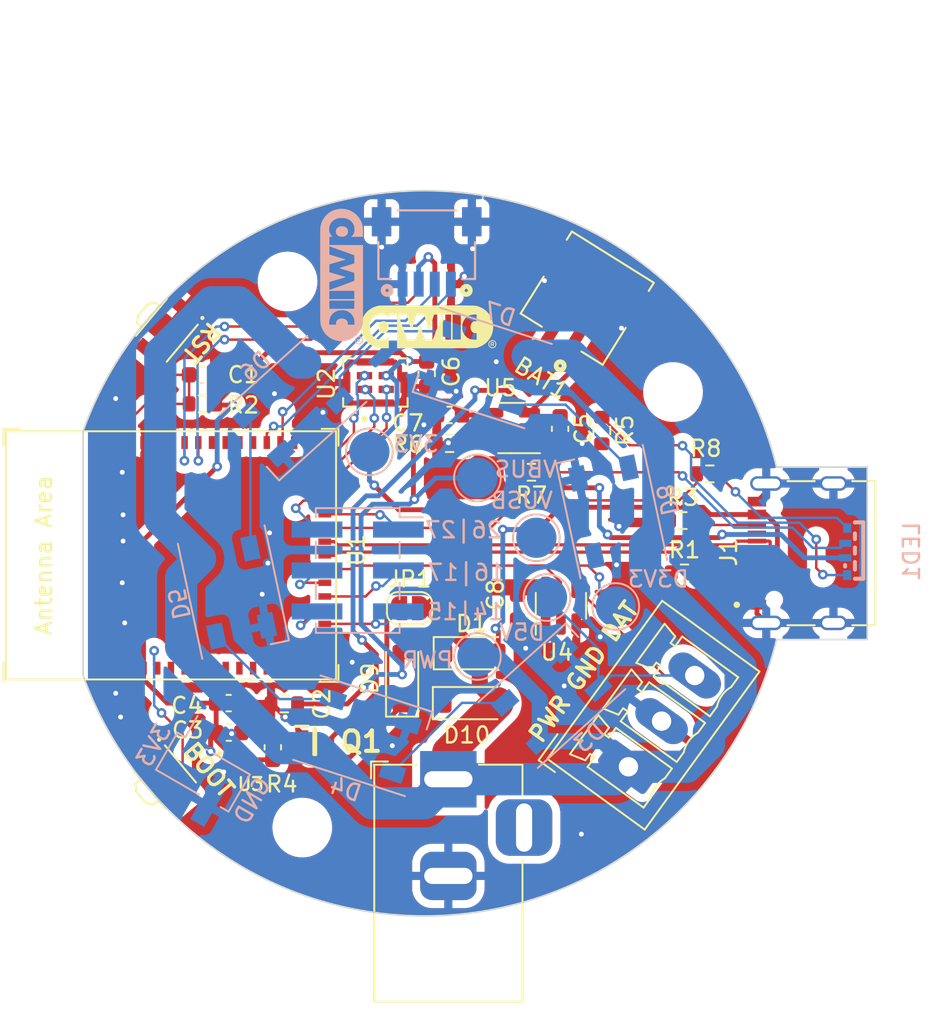
<source format=kicad_pcb>
(kicad_pcb (version 20240108) (generator "pcbnew") (generator_version "8.0")
  (layers (0 "F.Cu" signal) (31 "B.Cu" signal) (34 "B.Paste" user) (35 "F.Paste" user) (36 "B.SilkS" user "B.Silkscreen") (37 "F.SilkS" user "F.Silkscreen") (38 "B.Mask" user) (39 "F.Mask" user) (44 "Edge.Cuts" user))
  (net 0 "")
  (net 1 "GND")
  (net 2 "BOOT")
  (net 3 "EN")
  (net 4 "VBUS")
  (net 5 "+3V3")
  (net 6 "LED_PWR")
  (net 7 "VUSB")
  (net 8 "Net-(D3-DOUT)")
  (net 9 "Net-(D4-DOUT)")
  (net 10 "Net-(D5-DOUT)")
  (net 11 "Net-(D7-DOUT)")
  (net 13 "Net-(J1-CC1)")
  (net 14 "USB_D_IN+")
  (net 15 "USB_D_IN-")
  (net 17 "Net-(J1-CC2)")
  (net 19 "LED_DIN")
  (net 20 "TX")
  (net 21 "RX")
  (net 29 "LED_DIN_33")
  (net 30 "MIC_CLK")
  (net 31 "MIC_LR")
  (net 32 "MIC_DATA")
  (net 38 "Net-(LED1---Pad1)")
  (net 49 "BAT+")
  (net 50 "BUS_PWR")
  (net 51 "Net-(LED1---Pad3)")
  (net 52 "Net-(LED1---Pad4)")
  (net 53 "~{CHRG}")
  (net 54 "~{STDBY}")
  (net 55 "Net-(U5-PROG)")
  (net 57 "Net-(D6-DOUT)")
  (net 58 "~{LED}")
  (net 59 "GPIO37")
  (net 60 "GPIO38")
  (net 61 "GPIO26")
  (net 62 "GPIO27")
  (net 63 "GPIO17")
  (net 64 "GPIO14")
  (net 65 "GPIO15")
  (net 66 "GPIO16")
  (footprint "NTA4151PT1G:SOT50P160X90-3N" (layer "F.Cu") (at 134.2772 86.106)
    (property "Reference" "Q1")
    (property "Value" "NTA4151PT1G" (hide yes))
  )
  (footprint "Capacitor_SMD:C_0603_1608Metric" (layer "F.Cu") (at 146.862797 77.761801 -90)
    (property "Reference" "C8")
    (property "Value" "0.1uF")
  )
  (footprint "Package_TO_SOT_SMD:SOT-23-5" (layer "F.Cu") (at 149.5552 77.6732 90)
    (property "Reference" "U4")
    (property "Value" "SN74LV1T34DBV")
  )
  (footprint "TYPE-C-31-M-12:HRO_TYPE-C-31-M-12" (layer "F.Cu") (at 166.4716 74.415 90)
    (property "Reference" "J1")
    (property "Value" "TYPE-C-31-M-12")
  )
  (footprint "Resistor_SMD:R_0603_1608Metric" (layer "F.Cu") (at 157.1244 72.39)
    (property "Reference" "R3")
    (property "Value" "5.1K")
  )
  (footprint "Capacitor_SMD:C_0603_1608Metric" (layer "F.Cu") (at 141.224 63.2968 -90)
    (property "Reference" "C6")
    (property "Value" "0.1uF")
  )
  (footprint "Resistor_SMD:R_0603_1608Metric" (layer "F.Cu") (at 157.226 75.6412)
    (property "Reference" "R1")
    (property "Value" "5.1K")
  )
  (footprint "Resistor_SMD:R_0603_1608Metric" (layer "F.Cu") (at 132.3848 83.7692 180)
    (property "Reference" "R4")
    (property "Value" "100K")
  )
  (footprint "Resistor_SMD:R_0603_1608Metric" (layer "F.Cu") (at 152.0952 66.802 -90)
    (property "Reference" "R5")
    (property "Value" "220")
  )
  (footprint "Capacitor_SMD:C_0603_1608Metric" (layer "F.Cu") (at 127.254 63.3476)
    (property "Reference" "C1")
    (property "Value" "1uF")
  )
  (footprint "Capacitor_SMD:C_0603_1608Metric" (layer "F.Cu") (at 131.6736 86.4616 90)
    (property "Reference" "C2")
    (property "Value" "1uF")
  )
  (footprint "Diode_SMD:D_SOD-123" (layer "F.Cu") (at 144.018 80.6196)
    (property "Reference" "D1")
    (property "Value" "MBRX120LF")
  )
  (footprint "SM04B-SRSS-TB_LF__SN_:JST_SM04B-SRSS-TB_LF__SN_" (layer "F.Cu") (at 141.23 57.723 180)
    (property "Reference" "QWIIC1" (hide yes))
    (property "Value" "SM04B-SRSS-TB_LF__SN_")
  )
  (footprint "Diode_SMD:D_SOD-123" (layer "F.Cu") (at 143.9672 83.7184)
    (property "Reference" "D10")
    (property "Value" "MBRX120LF")
  )
  (footprint "qwiic:qwiic" (layer "F.Cu") (at 141.2748 60.2996)
    (property "Reference" "G***" (hide yes))
    (property "Value" "LOGO" (hide yes))
  )
  (footprint "B3U-3000P:SW_B3U-3000P" (layer "F.Cu") (at 125.095 60.579 -130)
    (property "Reference" "EN1" (hide yes))
    (property "Value" "B3U-3000P")
  )
  (footprint "MountingHole:MountingHole_3.2mm_M3" (layer "F.Cu") (at 133.5024 91.44)
    (property "Reference" "H2" (hide yes))
    (property "Value" "MountingHole")
  )
  (footprint "Capacitor_SMD:C_0603_1608Metric" (layer "F.Cu") (at 128.9434 85.5472)
    (property "Reference" "C3")
    (property "Value" "22uF")
  )
  (footprint "Capacitor_SMD:C_0603_1608Metric" (layer "F.Cu") (at 149.5044 66.7004 -90)
    (property "Reference" "C5")
    (property "Value" "10uF")
  )
  (footprint "Capacitor_SMD:C_0603_1608Metric" (layer "F.Cu") (at 128.9304 83.7184)
    (property "Reference" "C4")
    (property "Value" "0.1uF")
  )
  (footprint "Connector_Phoenix_MC:PhoenixContact_MCV_1,5_3-G-3.5_1x03_P3.50mm_Vertical" (layer "F.Cu") (at 153.746352 87.667559 54)
    (property "Reference" "J3" (hide yes))
    (property "Value" "Screw_Terminal_01x03")
  )
  (footprint "Jumper:SolderJumper-2_P1.3mm_Open_RoundedPad1.0x1.5mm" (layer "F.Cu") (at 140.1572 77.8256)
    (property "Reference" "JP1")
    (property "Value" "Direct LED Power")
  )
  (footprint "Resistor_SMD:R_0603_1608Metric" (layer "F.Cu") (at 158.8008 69.4944 180)
    (property "Reference" "R8")
    (property "Value" "220")
  )
  (footprint "Package_TO_SOT_SMD:SOT-23-6" (layer "F.Cu") (at 146.4564 66.6496 180)
    (property "Reference" "U5")
    (property "Value" "TP4057")
  )
  (footprint "NCP167BMX330TBG:VREG_NCP167BMX330TBG" (layer "F.Cu") (at 129.5894 87.193)
    (property "Reference" "U3")
    (property "Value" "NCP167BMX330TBG")
  )
  (footprint "Connector_BarrelJack:BarrelJack_Horizontal" (layer "F.Cu") (at 142.5692 88.44 90)
    (property "Reference" "J2" (hide yes))
    (property "Value" "Barrel_Jack_Switch")
  )
  (footprint "MountingHole:MountingHole_3.2mm_M3" (layer "F.Cu") (at 156.5148 64.4144)
    (property "Reference" "H1" (hide yes))
    (property "Value" "MountingHole")
  )
  (footprint "Diode_SMD:D_SOD-123" (layer "F.Cu") (at 139.7 82.1944 90)
    (property "Reference" "D9")
    (property "Value" "MBRX120LF")
  )
  (footprint "Resistor_SMD:R_0603_1608Metric" (layer "F.Cu") (at 127.3048 65.151 180)
    (property "Reference" "R2")
    (property "Value" "5.1K")
  )
  (footprint "MountingHole:MountingHole_3.2mm_M3" (layer "F.Cu") (at 132.588 57.5564)
    (property "Reference" "H3" (hide yes))
    (property "Value" "MountingHole")
  )
  (footprint "OWMMOD-403010A-S261F:MIC_OWMMOD-403010A-S261F" (layer "F.Cu") (at 138.8632 63.8234 90)
    (property "Reference" "U2")
    (property "Value" "OWMMOD-403010A-S261F")
  )
  (footprint "S2B-ZR-SM4A-TF_LF__SN_:JST_S2B-ZR-SM4A-TF_LF__SN_" (layer "F.Cu") (at 150.9776 58.928 148)
    (property "Reference" "BAT1")
    (property "Value" "S2B-ZR-SM4A-TF_LF__SN_")
  )
  (footprint "Resistor_SMD:R_0603_1608Metric" (layer "F.Cu") (at 147.7264 69.3928 180)
    (property "Reference" "R7")
    (property "Value" "220")
  )
  (footprint "PCM_Espressif:ESP32-S3-MINI-1" (layer "F.Cu") (at 127.899 74.549 90)
    (property "Reference" "U1")
    (property "Value" "ESP32-S3-MINI-1")
  )
  (footprint "Capacitor_SMD:C_0603_1608Metric" (layer "F.Cu") (at 142.6464 65.8368 180)
    (property "Reference" "C7")
    (property "Value" "10uF")
  )
  (footprint "B3U-3000P:SW_B3U-3000P" (layer "F.Cu") (at 124.982116 88.294025 -50)
    (property "Reference" "BOOT1" (hide yes))
    (property "Value" "B3U-3000P")
  )
  (footprint "Resistor_SMD:R_0603_1608Metric" (layer "F.Cu") (at 142.6464 67.6148 180)
    (property "Reference" "R6")
    (property "Value" "5.1K")
  )
  (footprint "LED_SMD:LED_SK6812_PLCC4_5.0x5.0mm_P3.2mm" (layer "B.Cu") (at 137.256436 85.746422 -18)
    (property "Reference" "D4")
    (property "Value" "SK6812")
  )
  (footprint "TestPoint:TestPoint_Pad_D2.5mm" (layer "B.Cu") (at 144.3736 80.8228 180)
    (property "Reference" "TP2" (hide yes))
    (property "Value" "TestPoint")
  )
  (footprint "LED_SMD:LED_SK6812_PLCC4_5.0x5.0mm_P3.2mm" (layer "B.Cu") (at 148.994203 83.251483 42)
    (property "Reference" "D3")
    (property "Value" "SK6812")
  )
  (footprint "TestPoint:TestPoint_Pad_D2.5mm" (layer "B.Cu") (at 152.9588 77.724 180)
    (property "Reference" "TP5" (hide yes))
    (property "Value" "TestPoint")
  )
  (footprint "TestPoint:TestPoint_Pad_D2.5mm" (layer "B.Cu") (at 148.0312 73.4568 180)
    (property "Reference" "TP4" (hide yes))
    (property "Value" "TestPoint")
  )
  (footprint "LED_SMD:LED_SK6812_PLCC4_5.0x5.0mm_P3.2mm" (layer "B.Cu") (at 132.935068 65.416008 -138)
    (property "Reference" "D6")
    (property "Value" "SK6812")
  )
  (footprint "LED_SMD:LED_SK6812_PLCC4_5.0x5.0mm_P3.2mm" (layer "B.Cu") (at 152.70241 71.838806 102)
    (property "Reference" "D8")
    (property "Value" "SK6812")
  )
  (footprint "TestPoint:TestPoint_Pad_D2.5mm" (layer "B.Cu") (at 144.3736 69.7484 180)
    (property "Reference" "TP3" (hide yes))
    (property "Value" "TestPoint")
  )
  (footprint "LED_SMD:LED_SK6812_PLCC4_5.0x5.0mm_P3.2mm" (layer "B.Cu") (at 129.226867 76.828683 -78)
    (property "Reference" "D5")
    (property "Value" "SK6812")
  )
  (footprint "Connector_PinHeader_2.54mm:PinHeader_1x02_P2.54mm_Vertical_SMD_Pin1Left" (layer "B.Cu") (at 127.337248 88.000128 -120)
    (property "Reference" "J5" (hide yes))
    (property "Value" "Conn_01x02_Pin")
  )
  (footprint "LED-SMD_L3.5-W1.0-H1.2-FM-3510RGBA-SG:LED-SMD_FM-3510RGBA-SG" (layer "B.Cu") (at 167.265 74.3112 90)
    (property "Reference" "LED1")
    (property "Value" "FM-3510RGBA-SG")
  )
  (footprint "LED_SMD:LED_SK6812_PLCC4_5.0x5.0mm_P3.2mm" (layer "B.Cu") (at 144.672841 62.921062 162)
    (property "Reference" "D7")
    (property "Value" "SK6812")
  )
  (footprint "TestPoint:TestPoint_Pad_D2.5mm" (layer "B.Cu") (at 148.6916 77.1652 180)
    (property "Reference" "TP1" (hide yes))
    (property "Value" "TestPoint")
  )
  (footprint "qwiic:qwiic" (layer "B.Cu") (at 135.870825 57.184774 -90)
    (property "Reference" "G***" (hide yes))
    (property "Value" "LOGO" (hide yes))
  )
  (footprint "SM04B-SRSS-TB_LF__SN_:JST_SM04B-SRSS-TB_LF__SN_" (layer "B.Cu") (at 141.218 57.723)
    (property "Reference" "QWIIC2" (hide yes))
    (property "Value" "SM04B-SRSS-TB_LF__SN_")
  )
  (footprint "TestPoint:TestPoint_Pad_D2.5mm" (layer "B.Cu") (at 137.668 68.1228 180)
    (property "Reference" "TP6" (hide yes))
    (property "Value" "TestPoint")
  )
  (footprint "Connector_PinHeader_2.54mm:PinHeader_2x03_P2.54mm_Vertical_SMD" (layer "B.Cu") (at 136.9418 75.4888 180)
    (property "Reference" "J4" (hide yes))
    (property "Value" "Conn_02x03_Counter_Clockwise")
  )
  (gr_line (start 119.897087 81.995) (end 119.9896 82.249) (stroke (width 0.1)) (layer "Edge.Cuts"))
  (gr_arc (start 119.897087 66.849) (mid 142.244857 51.951949) (end 162.939031 69.072) (stroke (width 0.1)) (layer "Edge.Cuts"))
  (gr_arc (start 162.939031 79.772) (mid 142.379818 96.884674) (end 119.9896 82.249) (stroke (width 0.1)) (layer "Edge.Cuts"))
  (gr_line (start 162.939031 79.772) (end 168.568472 79.772) (stroke (width 0.1)) (layer "Edge.Cuts"))
  (gr_line (start 119.897087 66.849) (end 119.897087 81.995) (stroke (width 0.1)) (layer "Edge.Cuts"))
  (gr_line (start 168.568472 69.072) (end 162.939031 69.072) (stroke (width 0.1)) (layer "Edge.Cuts"))
  (gr_line (start 168.568472 79.772) (end 168.568472 69.072) (stroke (width 0.1)) (layer "Edge.Cuts"))
  (gr_text "VBUS" (at 149.4028 69.7992 0) (layer "B.SilkS") (effects (font (size 1 1)) (justify left bottom mirror)))
  (gr_text "26|27" (at 145.9992 73.5584 0) (layer "B.SilkS") (effects (font (size 1 1)) (justify left bottom mirror)))
  (gr_text "3V3" (at 142.0368 68.2244 0) (layer "B.SilkS") (effects (font (size 1 1)) (justify left bottom mirror)))
  (gr_text "VUSB" (at 149.1488 71.7296 0) (layer "B.SilkS") (effects (font (size 1 1)) (justify left bottom mirror)))
  (gr_text "16|17" (at 146.1516 76.2 0) (layer "B.SilkS") (effects (font (size 1 1)) (justify left bottom mirror)))
  (gr_text "D3V3" (at 157.5816 76.6064 0) (layer "B.SilkS") (effects (font (size 1 1)) (justify left bottom mirror)))
  (gr_text "3V3" (at 125.5268 85.344 60) (layer "B.SilkS") (effects (font (size 1 1)) (justify left bottom mirror)))
  (gr_text "PWR" (at 142.9512 81.6356 0) (layer "B.SilkS") (effects (font (size 1 1)) (justify left bottom mirror)))
  (gr_text "D5V" (at 148.6408 79.9084 0) (layer "B.SilkS") (effects (font (size 1 1)) (justify left bottom mirror)))
  (gr_text "GND" (at 131.7244 88.646 60) (layer "B.SilkS") (effects (font (size 1 1)) (justify left bottom mirror)))
  (gr_text "14|15" (at 146.1008 78.6384 0) (layer "B.SilkS") (effects (font (size 1 1)) (justify left bottom mirror)))
  (gr_text "PWR GND DAT" (at 148.336 86.4108 54) (layer "F.SilkS") (effects (font (size 1 1) (thickness 0.2) (bold yes)) (justify left bottom)))
  (gr_text "BOOT" (at 125.9332 86.6648 310) (layer "F.SilkS") (effects (font (size 1 1) (thickness 0.2) (bold yes)) (justify left bottom)))
  (gr_text "RST" (at 127.762 59.8424 230) (layer "F.SilkS") (effects (font (size 1 1) (thickness 0.2) (bold yes)) (justify left bottom)))
  (segment (start 141.6586 65.8368) (end 141.049 66.4464) (width 0.3) (layer "F.Cu") (net 1))
  (segment (start 147.722936 60.353864) (end 145.542 62.5348) (width 0.3) (layer "F.Cu") (net 1))
  (segment (start 120.899 76.249) (end 122.3246 76.249) (width 0.3) (layer "F.Cu") (net 1))
  (segment (start 136.2306 81.549) (end 136.6012 81.1784) (width 0.3) (layer "F.Cu") (net 1))
  (segment (start 129.549 76.199) (end 126.249 76.199) (width 0.3) (layer "F.Cu") (net 1))
  (segment (start 149.456253 56.588547) (end 148.5392 57.5056) (width 0.3) (layer "F.Cu") (net 1))
  (segment (start 120.899 69.449) (end 122.2702 69.449) (width 0.3) (layer "F.Cu") (net 1))
  (segment (start 162.3016 70.09) (end 162.3016 70.635) (width 0.3) (layer "F.Cu") (net 1))
  (segment (start 141.8214 67.6148) (end 142.5206 67.6148) (width 0.3) (layer "F.Cu") (net 1))
  (segment (start 154.035713 59.730687) (end 153.3144 60.452) (width 0.3) (layer "F.Cu") (net 1))
  (segment (start 123.889377 86.246577) (end 122.2248 84.582) (width 0.3) (layer "F.Cu") (net 1))
  (segment (start 162.3016 70.09) (end 166.4716 70.09) (width 0.3) (layer "F.Cu") (net 1))
  (segment (start 130.8862 74.549) (end 131.3688 75.0316) (width 0.3) (layer "F.Cu") (net 1))
  (segment (start 131.63617 83.7692) (end 132.442285 84.575315) (width 0.3) (layer "F.Cu") (net 1))
  (segment (start 162.3016 70.635) (end 161.7216 71.215) (width 0.3) (layer "F.Cu") (net 1))
  (segment (start 131.5342 85.5472) (end 131.6736 85.6866) (width 0.3) (layer "F.Cu") (net 1))
  (segment (start 144.03 53.848) (end 144.03 55.4856) (width 0.3) (layer "F.Cu") (net 1))
  (segment (start 123.889377 86.991749) (end 123.889377 86.246577) (width 0.3) (layer "F.Cu") (net 1))
  (segment (start 139.8132 63.8234) (end 139.8132 64.7734) (width 0.3) (layer "F.Cu") (net 1))
  (segment (start 129.549 74.549) (end 126.249 74.549) (width 0.3) (layer "F.Cu") (net 1))
  (segment (start 126.249 72.899) (end 126.249 76.199) (width 0.3) (layer "F.Cu") (net 1))
  (segment (start 144.03 55.4856) (end 144.0688 55.5244) (width 0.3) (layer "F.Cu") (net 1))
  (segment (start 136.2632 64.7734) (end 136.5882 65.0984) (width 0.3) (layer "F.Cu") (net 1))
  (segment (start 128.7968 87.9856) (end 128.6256 87.9856) (width 0.3) (layer "F.Cu") (net 1))
  (segment (start 120.899 81.549) (end 120.899 67.549) (width 0.3) (layer "F.Cu") (net 1))
  (segment (start 141.8714 65.8368) (end 141.8714 67.5648) (width 0.3) (layer "F.Cu") (net 1))
  (segment (start 136.5882 65.0984) (end 138.0382 65.0984) (width 0.3) (layer "F.Cu") (net 1))
  (segment (start 161.7216 77.615) (end 161.7216 78.16) (width 0.3) (layer "F.Cu") (net 1))
  (segment (start 122.2702 69.449) (end 122.3264 69.3928) (width 0.3) (layer "F.Cu") (net 1))
  (segment (start 139.8132 64.7734) (end 139.4882 65.0984) (width 0.3) (layer "F.Cu") (net 1))
  (segment (start 129.7562 83.7692) (end 129.7054 83.7184) (width 0.3) (layer "F.Cu") (net 1))
  (segment (start 141.8714 67.5648) (end 141.8214 67.6148) (width 0.3) (layer "F.Cu") (net 1))
  (segment (start 162.3016 78.74) (end 166.4716 78.74) (width 0.3) (layer "F.Cu") (net 1))
  (segment (start 122.3418 71.999) (end 122.3772 72.0344) (width 0.3) (layer "F.Cu") (net 1))
  (segment (start 120.899 73.699) (end 122.3382 73.699) (width 0.3) (layer "F.Cu") (net 1))
  (segment (start 147.5939 66.6496) (end 148.6786 66.6496) (width 0.3) (layer "F.Cu") (net 1))
  (segment (start 140.0616 64.0718) (end 139.8132 63.8234) (width 0.3) (layer "F.Cu") (net 1))
  (segment (start 153.5176 75.6412) (end 156.401 75.6412) (width 0.3) (layer "F.Cu") (net 1))
  (segment (start 136.2632 63.8234) (end 136.2632 64.7734) (width 0.3) (layer "F.Cu") (net 1))
  (segment (start 143.072789 57.723) (end 143.5608 57.234989) (width 0.3) (layer "F.Cu") (net 1))
  (segment (start 138.43 53.848) (end 138.43 55.4228) (width 0.3) (layer "F.Cu") (net 1))
  (segment (start 129.7184 85.5472) (end 129.183927 85.5472) (width 0.3) (layer "F.Cu") (net 1))
  (segment (start 151.2007 78.8107) (end 150.5052 78.8107) (width 0.3) (layer "F.Cu") (net 1))
  (segment (start 153.0096 75.1332) (end 153.5176 75.6412) (width 0.3) (layer "F.Cu") (net 1))
  (segment (start 148.6786 66.6496) (end 149.5044 67.4754) (width 0.3) (layer "F.Cu") (net 1))
  (segment (start 129.183927 85.5472) (end 129.1184 85.612727) (width 0.3) (layer "F.Cu") (net 1))
  (segment (start 131.5598 83.7692) (end 131.63617 83.7692) (width 0.3) (layer "F.Cu") (net 1))
  (segment (start 122.4198 78.799) (end 122.4788 78.74) (width 0.3) (layer "F.Cu") (net 1))
  (segment (start 130.2502 76.199) (end 131.0132 76.962) (width 0.3) (layer "F.Cu") (net 1))
  (segment (start 141.8714 65.8368) (end 141.6586 65.8368) (width 0.3) (layer "F.Cu") (net 1))
  (segment (start 138.0382 62.5484) (end 139.2632 62.5484) (width 0.3) (layer "F.Cu") (net 1))
  (segment (start 136.2632 62.8734) (end 136.5882 62.5484) (width 0.3) (layer "F.Cu") (net 1))
  (segment (start 150.7366 67.4754) (end 150.876 67.6148) (width 0.3) (layer "F.Cu") (net 1))
  (segment (start 129.549 74.549) (end 130.8862 74.549) (width 0.3) (layer "F.Cu") (net 1))
  (segment (start 134.899 81.549) (end 136.2306 81.549) (width 0.3) (layer "F.Cu") (net 1))
  (segment (start 129.549 76.199) (end 130.2502 76.199) (width 0.3) (layer "F.Cu") (net 1))
  (segment (start 129.549 72.899) (end 129.549 76.199) (width 0.3) (layer "F.Cu") (net 1))
  (segment (start 131.2174 72.899) (end 131.4704 73.152) (width 0.3) (layer "F.Cu") (net 1))
  (segment (start 123.649 67.549) (end 124.499 67.549) (width 0.3) (layer "F.Cu") (net 1))
  (segment (start 129.549 72.899) (end 131.2174 72.899) (width 0.3) (layer "F.Cu") (net 1))
  (segment (start 151.9936 79.6036) (end 151.2007 78.8107) (width 0.3) (layer "F.Cu") (net 1))
  (segment (start 154.035713 59.129112) (end 154.035713 59.730687) (width 0.3) (layer "F.Cu") (net 1))
  (segment (start 149.5044 67.4754) (end 150.7366 67.4754) (width 0.3) (layer "F.Cu") (net 1))
  (segment (start 129.549 72.899) (end 126.249 72.899) (width 0.3) (layer "F.Cu") (net 1))
  (segment (start 120.899 78.799) (end 122.4198 78.799) (width 0.3) (layer "F.Cu") (net 1))
  (segment (start 142.5206 67.6148) (end 142.5714 67.564) (width 0.3) (layer "F.Cu") (net 1))
  (segment (start 146.862797 79.806797) (end 147.3708 80.3148) (width 0.3) (layer "F.Cu") (net 1))
  (segment (start 141.224 64.0718) (end 142.761 64.0718) (width 0.3) (layer "F.Cu") (net 1))
  (segment (start 142.73 57.723) (end 143.072789 57.723) (width 0.3) (layer "F.Cu") (net 1))
  (segment (start 131.5598 83.7692) (end 129.7562 83.7692) (width 0.3) (layer "F.Cu") (net 1))
  (segment (start 120.899 82.0878) (end 121.92 83.1088) (width 0.3) (layer "F.Cu") (net 1))
  (segment (start 142.761 64.0718) (end 143.0528 64.3636) (width 0.3) (layer "F.Cu") (net 1))
  (segment (start 139.4882 65.0984) (end 138.0382 65.0984) (width 0.3) (layer "F.Cu") (net 1))
  (segment (start 156.2994 72.39) (end 153.5176 72.39) (width 0.3) (layer "F.Cu") (net 1))
  (segment (start 139.5382 62.8234) (end 139.5382 63.5484) (width 0.3) (layer "F.Cu") (net 1))
  (segment (start 131.5598 85.5728) (end 131.6736 85.6866) (width 0.3) (layer "F.Cu") (net 1))
  (segment (start 131.5598 83.7692) (end 131.5598 85.5728) (width 0.3) (layer "F.Cu") (net 1))
  (segment (start 129.7184 85.5472) (end 131.5342 85.5472) (width 0.3) (layer "F.Cu") (net 1))
  (segment (start 122.3246 76.249) (end 122.3264 76.2508) (width 0.3) (layer "F.Cu") (net 1))
  (segment (start 134.784286 65.676402) (end 134.784286 65.302314) (width 0.3) (layer "F.Cu") (net 1))
  (segment (start 120.899 71.999) (end 122.3418 71.999) (width 0.3) (layer "F.Cu") (net 1))
  (segment (start 141.224 64.0718) (end 140.0616 64.0718) (width 0.3) (layer "F.Cu") (net 1))
  (segment (start 146.862797 78.536801) (end 146.862797 79.806797) (width 0.3) (layer "F.Cu") (net 1))
  (segment (start 129.5894 87.193) (end 128.7968 87.9856) (width 0.3) (layer "F.Cu") (net 1))
  (segment (start 120.899 81.549) (end 120.899 82.0878) (width 0.3) (layer "F.Cu") (net 1))
  (segment (start 149.456253 56.267548) (end 149.456253 56.588547) (width 0.3) (layer "F.Cu") (net 1))
  (segment (start 139.2632 62.5484) (end 139.5382 62.8234) (width 0.3) (layer "F.Cu") (net 1))
  (segment (start 139.5382 63.5484) (end 139.8132 63.8234) (width 0.3) (layer "F.Cu") (net 1))
  (segment (start 149.202238 60.353864) (end 147.722936 60.353864) (width 0.3) (layer "F.Cu") (net 1))
  (segment (start 120.899 81.549) (end 122.799 81.549) (width 0.3) (layer "F.Cu") (net 1))
  (segment (start 161.7216 78.16) (end 162.3016 78.74) (width 0.3) (layer "F.Cu") (net 1))
  (segment (start 122.3382 73.699) (end 122.3772 73.66) (width 0.3) (layer "F.Cu") (net 1))
  (segment (start 136.2632 63.8234) (end 136.2632 62.8734) (width 0.3) (layer "F.Cu") (net 1))
  (segment (start 136.5882 62.5484) (end 138.0382 62.5484) (width 0.3) (layer "F.Cu") (net 1))
  (segment (start 153.5176 72.39) (end 153.162 72.7456) (width 0.3) (layer "F.Cu") (net 1))
  (segment (start 134.784286 65.302314) (end 136.2632 63.8234) (width 0.3) (layer "F.Cu") (net 1))
  (via (at 142.5714 67.564) (size 0.6) (drill 0.3) (layers "F.Cu" "B.Cu") (net 1))
  (via (at 150.8252 91.8464) (size 0.6) (drill 0.3) (layers "F.Cu" "B.Cu") (net 1))
  (via (at 134.784286 65.676402) (size 0.6) (drill 0.3) (layers "F.Cu" "B.Cu") (net 1))
  (via (at 139.0904 86.36) (size 0.6) (drill 0.3) (layers "F.Cu" "B.Cu") (net 1))
  (via (at 122.3772 73.66) (size 0.6) (drill 0.3) (layers "F.Cu" "B.Cu") (net 1))
  (via (at 131.3688 75.0316) (size 0.6) (drill 0.3) (layers "F.Cu" "B.Cu") (net 1))
  (via (at 122.3264 69.3928) (size 0.6) (drill 0.3) (layers "F.Cu" "B.Cu") (net 1))
  (via (at 131.4704 73.152) (size 0.6) (drill 0.3) (layers "F.Cu" "B.Cu") (net 1))
  (via (at 151.9936 79.6036) (size 0.6) (drill 0.3) (layers "F.Cu" "B.Cu") (net 1))
  (via (at 138.43 55.4228) (size 0.6) (drill 0.3) (layers "F.Cu" "B.Cu") (net 1))
  (via (at 141.049 66.4464) (size 0.6) (drill 0.3) (layers "F.Cu" "B.Cu") (net 1))
  (via (at 144.0688 55.5244) (size 0.6) (drill 0.3) (layers "F.Cu" "B.Cu") (net 1))
  (via (at 121.92 64.8208) (size 0.6) (drill 0.3) (layers "F.Cu" "B.Cu") (net 1))
  (via (at 131.0132 76.962) (size 0.6) (drill 0.3) (layers "F.Cu" "B.Cu") (net 1))
  (via (at 122.3772 72.0344) (size 0.6) (drill 0.3) (layers "F.Cu" "B.Cu") (net 1))
  (via (at 129.1184 85.612727) (size 0.6) (drill 0.3) (layers "F.Cu" "B.Cu") (net 1))
  (via (at 121.92 83.1088) (size 0.6) (drill 0.3) (layers "F.Cu" "B.Cu") (net 1))
  (via (at 132.442285 84.575315) (size 0.6) (drill 0.3) (layers "F.Cu" "B.Cu") (net 1))
  (via (at 153.0096 75.1332) (size 0.6) (drill 0.3) (layers "F.Cu" "B.Cu") (net 1))
  (via (at 148.5392 57.5056) (size 0.6) (drill 0.3) (layers "F.Cu" "B.Cu") (net 1))
  (via (at 143.0528 64.3636) (size 0.6) (drill 0.3) (layers "F.Cu" "B.Cu") (net 1))
  (via (at 143.5608 57.234989) (size 0.6) (drill 0.3) (layers "F.Cu" "B.Cu") (net 1))
  (via (at 131.7752 64.516) (size 0.6) (drill 0.3) (layers "F.Cu" "B.Cu") (net 1))
  (via (at 145.542 62.5348) (size 0.6) (drill 0.3) (layers "F.Cu" "B.Cu") (net 1))
  (via (at 128.6256 87.9856) (size 0.6) (drill 0.3) (layers "F.Cu" "B.Cu") (net 1))
  (via (at 136.6012 81.1784) (size 0.6) (drill 0.3) (layers "F.Cu" "B.Cu") (net 1))
  (via (at 153.3144 60.452) (size 0.6) (drill 0.3) (layers "F.Cu" "B.Cu") (net 1))
  (via (at 153.162 72.7456) (size 0.6) (drill 0.3) (layers "F.Cu" "B.Cu") (net 1))
  (via (at 147.3708 80.3148) (size 0.6) (drill 0.3) (layers "F.Cu" "B.Cu") (net 1))
  (via (at 150.876 67.6148) (size 0.6) (drill 0.3) (layers "F.Cu" "B.Cu") (net 1))
  (via (at 122.4788 78.74) (size 0.6) (drill 0.3) (layers "F.Cu" "B.Cu") (net 1))
  (via (at 122.2248 84.582) (size 0.6) (drill 0.3) (layers "F.Cu" "B.Cu") (net 1))
  (via (at 122.3264 76.2508) (size 0.6) (drill 0.3) (layers "F.Cu" "B.Cu") (net 1))
  (via (at 149.7584 82.6516) (size 0.6) (drill 0.3) (layers "F.Cu" "B.Cu") (net 1))
  (segment (start 138.418 53.848) (end 138.418 55.4108) (width 0.3) (layer "B.Cu") (net 1))
  (segment (start 144.018 53.848) (end 144.018 55.4736) (width 0.3) (layer "B.Cu") (net 1))
  (segment (start 127.6096 90.0684) (end 127.6096 89.0016) (width 0.3) (layer "B.Cu") (net 1))
  (segment (start 143.0528 64.3636) (end 142.526264 64.3636) (width 0.3) (layer "B.Cu") (net 1))
  (segment (start 144.018 55.4736) (end 144.0688 55.5244) (width 0.3) (layer "B.Cu") (net 1))
  (segment (start 132.442285 84.575315) (end 132.848793 84.981823) (width 0.3) (layer "B.Cu") (net 1))
  (segment (start 132.848793 84.981823) (end 140.080952 84.981823) (width 0.3) (layer "B.Cu") (net 1))
  (segment (start 139.718 56.7108) (end 138.43 55.4228) (width 0.3) (layer "B.Cu") (net 1))
  (segment (start 127.6096 89.0016) (end 128.6256 87.9856) (width 0.3) (layer "B.Cu") (net 1))
  (segment (start 142.526264 64.3636) (end 141.848325 63.685661) (width 0.3) (layer "B.Cu") (net 1))
  (segment (start 139.718 57.723) (end 139.718 56.7108) (width 0.3) (layer "B.Cu") (net 1))
  (segment (start 138.418 55.4108) (end 138.43 55.4228) (width 0.3) (layer "B.Cu") (net 1))
  (segment (start 124.3076 81.3576) (end 124.499 81.549) (width 0.1524) (layer "F.Cu") (net 2))
  (segment (start 126.074855 89.596301) (end 126.074855 85.638055) (width 0.1524) (layer "F.Cu") (net 2))
  (segment (start 124.3076 80.4672) (end 124.3076 81.3576) (width 0.1524) (layer "F.Cu") (net 2))
  (segment (start 126.074855 85.638055) (end 124.7648 84.328) (width 0.1524) (layer "F.Cu") (net 2))
  (via (at 124.7648 84.328) (size 0.6) (drill 0.3) (layers "F.Cu" "B.Cu") (net 2))
  (via (at 124.3076 80.4672) (size 0.6) (drill 0.3) (layers "F.Cu" "B.Cu") (net 2))
  (segment (start 124.7648 84.328) (end 124.3076 83.8708) (width 0.1524) (layer "B.Cu") (net 2))
  (segment (start 124.3076 80.4164) (end 124.3076 80.4672) (width 0.1524) (layer "B.Cu") (net 2))
  (segment (start 124.3076 83.8708) (end 124.3076 80.4672) (width 0.1524) (layer "B.Cu") (net 2))
  (segment (start 126.479 65.1502) (end 126.4798 65.151) (width 0.1524) (layer "F.Cu") (net 3))
  (segment (start 121.949 66.9966) (end 121.949 67.549) (width 0.1524) (layer "F.Cu") (net 3))
  (segment (start 126.479 63.3476) (end 126.479 65.1502) (width 0.1524) (layer "F.Cu") (net 3))
  (segment (start 125.468585 63.3476) (end 126.479 63.3476) (width 0.1524) (layer "F.Cu") (net 3))
  (segment (start 123.7946 65.151) (end 121.949 66.9966) (width 0.1524) (layer "F.Cu") (net 3))
  (segment (start 126.4798 65.151) (end 123.7946 65.151) (width 0.1524) (layer "F.Cu") (net 3))
  (segment (start 124.002261 61.881276) (end 125.468585 63.3476) (width 0.1524) (layer "F.Cu") (net 3))
  (segment (start 139.7 80.5444) (end 139.7 81.9404) (width 0.3) (layer "F.Cu") (net 4))
  (segment (start 142.368 83.6676) (end 142.3172 83.7184) (width 0.3) (layer "F.Cu") (net 4))
  (segment (start 140.399 66.014792) (end 141.440592 64.9732) (width 0.3) (layer "F.Cu") (net 4))
  (segment (start 142.368 80.6196) (end 139.7752 80.6196) (width 0.3) (layer "F.Cu") (net 4))
  (segment (start 137.3124 82.7532) (end 136.2964 83.7692) (width 0.3) (layer "F.Cu") (net 4))
  (segment (start 142.5578 64.9732) (end 143.4214 65.8368) (width 0.3) (layer "F.Cu") (net 4))
  (segment (start 145.1817 65.8368) (end 145.3189 65.6996) (width 0.3) (layer "F.Cu") (net 4))
  (segment (start 140.399 71.0062) (end 140.399 66.014792) (width 0.3) (layer "F.Cu") (net 4))
  (segment (start 142.368 80.6196) (end 142.368 83.6676) (width 0.3) (layer "F.Cu") (net 4))
  (segment (start 140.462 71.0692) (end 140.399 71.0062) (width 0.3) (layer "F.Cu") (net 4))
  (segment (start 133.2098 83.7692) (end 133.2098 85.3386) (width 0.3) (layer "F.Cu") (net 4))
  (segment (start 133.2098 85.3386) (end 133.4772 85.606) (width 0.3) (layer "F.Cu") (net 4))
  (segment (start 139.7752 80.6196) (end 139.7 80.5444) (width 0.3) (layer "F.Cu") (net 4))
  (segment (start 141.440592 64.9732) (end 142.5578 64.9732) (width 0.3) (layer "F.Cu") (net 4))
  (segment (start 136.2964 83.7692) (end 133.2098 83.7692) (width 0.3) (layer "F.Cu") (net 4))
  (segment (start 143.4214 65.8368) (end 145.1817 65.8368) (width 0.3) (layer "F.Cu") (net 4))
  (via (at 137.3124 82.7532) (size 0.6) (drill 0.3) (layers "F.Cu" "B.Cu") (net 4))
  (via (at 140.462 71.0692) (size 0.6) (drill 0.3) (layers "F.Cu" "B.Cu") (net 4))
  (via (at 139.7 81.9404) (size 0.6) (drill 0.3) (layers "F.Cu" "B.Cu") (net 4))
  (segment (start 139.7 81.376761) (end 137.152 78.828761) (width 0.3) (layer "B.Cu") (net 4))
  (segment (start 139.7 81.9404) (end 139.7 81.376761) (width 0.3) (layer "B.Cu") (net 4))
  (segment (start 137.152 72.0932) (end 137.8712 71.374) (width 0.3) (layer "B.Cu") (net 4))
  (segment (start 138.1252 81.9404) (end 137.3124 82.7532) (width 0.3) (layer "B.Cu") (net 4))
  (segment (start 137.8712 71.374) (end 140.1572 71.374) (width 0.3) (layer "B.Cu") (net 4))
  (segment (start 139.7 81.9404) (end 138.1252 81.9404) (width 0.3) (layer "B.Cu") (net 4))
  (segment (start 137.152 78.828761) (end 137.152 72.0932) (width 0.3) (layer "B.Cu") (net 4))
  (segment (start 140.1572 71.374) (end 140.462 71.0692) (width 0.3) (layer "B.Cu") (net 4))
  (segment (start 141.7828 69.7484) (end 144.3736 69.7484) (width 0.3) (layer "B.Cu") (net 4))
  (segment (start 140.462 71.0692) (end 141.7828 69.7484) (width 0.3) (layer "B.Cu") (net 4))
  (segment (start 140.1442 62.5218) (end 140.1064 62.484) (width 0.3) (layer "F.Cu") (net 5))
  (segment (start 152.646 73.4488) (end 159.3676 73.4488) (width 0.3) (layer "F.Cu") (net 5))
  (segment (start 139.5958 61.9734) (end 140.1064 62.484) (width 0.3) (layer "F.Cu") (net 5))
  (segment (start 125.1184 83.7184) (end 128.1554 83.7184) (width 0.3) (layer "F.Cu") (net 5))
  (segment (start 141.73 56.4368) (end 141.73 57.723) (width 0.3) (layer "F.Cu") (net 5))
  (segment (start 128.1684 86.0222) (end 128.9992 86.853) (width 0.3) (layer "F.Cu") (net 5))
  (segment (start 123.649 73.6074) (end 128.2192 69.0372) (width 0.3) (layer "F.Cu") (net 5))
  (segment (start 141.3256 56.0324) (end 141.73 56.4368) (width 0.3) (layer "F.Cu") (net 5))
  (segment (start 128.1298 65.151) (end 131.3074 61.9734) (width 0.3) (layer "F.Cu") (net 5))
  (segment (start 127.8128 86.7156) (end 127.8128 85.9028) (width 0.3) (layer "F.Cu") (net 5))
  (segment (start 141.73 62.0158) (end 141.224 62.5218) (width 0.3) (layer "F.Cu") (net 5))
  (segment (start 123.649 81.549) (end 123.649 82.249) (width 0.3) (layer "F.Cu") (net 5))
  (segment (start 123.649 81.549) (end 123.649 73.6074) (width 0.3) (layer "F.Cu") (net 5))
  (segment (start 141.73 57.723) (end 141.73 62.0158) (width 0.3) (layer "F.Cu") (net 5))
  (segment (start 128.1554 85.5342) (end 128.1684 85.5472) (width 0.3) (layer "F.Cu") (net 5))
  (segment (start 152.4508 73.2536) (end 152.646 73.4488) (width 0.3) (layer "F.Cu") (net 5))
  (segment (start 127.8128 85.9028) (end 128.1684 85.5472) (width 0.3) (layer "F.Cu") (net 5))
  (segment (start 123.649 82.249) (end 125.1184 83.7184) (width 0.3) (layer "F.Cu") (net 5))
  (segment (start 137.9728 70.2056) (end 139.4864 71.7192) (width 0.3) (layer "F.Cu") (net 5))
  (segment (start 128.9992 86.853) (end 129.1694 86.853) (width 0.3) (layer "F.Cu") (net 5))
  (segment (start 128.1554 83.7184) (end 128.1554 85.5342) (width 0.3) (layer "F.Cu") (net 5))
  (segment (start 128.206 65.2272) (end 128.1298 65.151) (width 0.3) (layer "F.Cu") (net 5))
  (segment (start 145.711662 71.7192) (end 147.072862 70.358) (width 0.3) (layer "F.Cu") (net 5))
  (segment (start 131.3074 61.9734) (end 139.5958 61.9734) (width 0.3) (layer "F.Cu") (net 5))
  (segment (start 129.1844 65.2272) (end 128.206 65.2272) (width 0.3) (layer "F.Cu") (net 5))
  (segment (start 139.4864 71.7192) (end 145.711662 71.7192) (width 0.3) (layer "F.Cu") (net 5))
  (segment (start 128.1684 85.5472) (end 128.1684 86.0222) (width 0.3) (layer "F.Cu") (net 5))
  (segment (start 147.072862 70.358) (end 151.9428 70.358) (width 0.3) (layer "F.Cu") (net 5))
  (segment (start 141.224 62.5218) (end 140.1442 62.5218) (width 0.3) (layer "F.Cu") (net 5))
  (segment (start 159.3676 73.4488) (end 159.5628 73.2536) (width 0.3) (layer "F.Cu") (net 5))
  (via (at 151.9428 70.358) (size 0.6) (drill 0.3) (layers "F.Cu" "B.Cu") (net 5))
  (via (at 129.1844 65.2272) (size 0.6) (drill 0.3) (layers "F.Cu" "B.Cu") (net 5))
  (via (at 127.8128 86.7156) (size 0.6) (drill 0.3) (layers "F.Cu" "B.Cu") (net 5))
  (via (at 138.7132 63.3984) (size 0.6) (drill 0.3) (layers "F.Cu" "B.Cu") (net 5))
  (via (at 128.2192 69.0372) (size 0.6) (drill 0.3) (layers "F.Cu" "B.Cu") (net 5))
  (via (at 141.3256 56.0324) (size 0.6) (drill 0.3) (layers "F.Cu" "B.Cu") (net 5))
  (via (at 159.5628 73.2536) (size 0.6) (drill 0.3) (layers "F.Cu" "B.Cu") (net 5))
  (via (at 152.4508 73.2536) (size 0.6) (drill 0.3) (layers "F.Cu" "B.Cu") (net 5))
  (via (at 137.9728 70.2056) (size 0.6) (drill 0.3) (layers "F.Cu" "B.Cu") (net 5))
  (via (at 140.1064 62.484) (size 0.6) (drill 0.3) (layers "F.Cu" "B.Cu") (net 5))
  (segment (start 138.7132 63.3984) (end 138.9632 63.3984) (width 0.3) (layer "B.Cu") (net 5))
  (segment (start 139.3848 66.406) (end 137.668 68.1228) (width 0.3) (layer "B.Cu") (net 5))
  (segment (start 140.718 56.64) (end 141.3256 56.0324) (width 0.3) (layer "B.Cu") (net 5))
  (segment (start 128.2192 69.0372) (end 128.2192 66.1924) (width 0.3) (layer "B.Cu") (net 5))
  (segment (start 164.668 74.7012) (end 167.205 74.7012) (width 0.3) (layer "B.Cu") (net 5))
  (segment (start 163.2204 73.2536) (end 164.668 74.7012) (width 0.3) (layer "B.Cu") (net 5))
  (segment (start 151.9428 72.7456) (end 152.4508 73.2536) (width 0.3) (layer "B.Cu") (net 5))
  (segment (start 140.1064 62.484) (end 139.6276 62.484) (width 0.3) (layer "B.Cu") (net 5))
  (segment (start 140.718 57.723) (end 140.718 56.64) (width 0.3) (layer "B.Cu") (net 5))
  (segment (start 128.2192 66.1924) (end 129.1844 65.2272) (width 0.3) (layer "B.Cu") (net 5))
  (segment (start 137.668 68.1228) (end 137.668 69.9008) (width 0.3) (layer "B.Cu") (net 5))
  (segment (start 139.3848 63.82) (end 139.3848 66.406) (width 0.3) (layer "B.Cu") (net 5))
  (segment (start 138.9632 63.3984) (end 139.3848 63.82) (width 0.3) (layer "B.Cu") (net 5))
  (segment (start 159.5628 73.2536) (end 163.2204 73.2536) (width 0.3) (layer "B.Cu") (net 5))
  (segment (start 139.6276 62.484) (end 138.7132 63.3984) (width 0.3) (layer "B.Cu") (net 5))
  (segment (start 137.668 69.9008) (end 137.9728 70.2056) (width 0.3) (layer "B.Cu") (net 5))
  (segment (start 127.064896 85.931856) (end 127.064896 85.967696) (width 0.3) (layer "B.Cu") (net 5))
  (segment (start 127.064896 85.967696) (end 127.8128 86.7156) (width 0.3) (layer "B.Cu") (net 5))
  (segment (start 151.9428 70.358) (end 151.9428 72.7456) (width 0.3) (layer "B.Cu") (net 5))
  (segment (start 142.5692 88.44) (end 142.5692 86.7664) (width 2) (layer "F.Cu") (net 6))
  (segment (start 142.778282 76.5357) (end 141.488382 77.8256) (width 1) (layer "F.Cu") (net 6))
  (segment (start 144.518 82.6192) (end 145.6172 83.7184) (width 1) (layer "F.Cu") (net 6))
  (segment (start 148.6052 76.5357) (end 142.778282 76.5357) (width 1) (layer "F.Cu") (net 6))
  (segment (start 140.8072 77.8256) (end 141.488382 77.8256) (width 1) (layer "F.Cu") (net 6))
  (segment (start 144.518 80.855218) (end 144.518 82.6192) (width 1) (layer "F.Cu") (net 6))
  (segment (start 141.488382 77.8256) (end 144.518 80.855218) (width 1) (layer "F.Cu") (net 6))
  (segment (start 142.5692 86.7664) (end 145.6172 83.7184) (width 2) (layer "F.Cu") (net 6))
  (segment (start 158.741934 86.280511) (end 157.354886 87.667559) (width 2) (layer "B.Cu") (net 6))
  (segment (start 125.984 75.933327) (end 127.152447 74.76488) (width 2) (layer "B.Cu") (net 6))
  (segment (start 145.531766 80.772) (end 148.244107 83.484341) (width 1) (layer "B.Cu") (net 6))
  (segment (start 150.220697 62.156463) (end 155.603071 67.538837) (width 2) (layer "B.Cu") (net 6))
  (segment (start 160.709093 83.188073) (end 159.776615 84.471519) (width 2) (layer "B.Cu") (net 6))
  (segment (start 148.244107 83.484341) (end 148.244107 86.079885) (width 1) (layer "B.Cu") (net 6))
  (segment (start 159.776615 84.471519) (end 158.741934 85.5062) (width 2) (layer "B.Cu") (net 6))
  (segment (start 157.354886 87.667559) (end 153.746352 87.667559) (width 2) (layer "B.Cu") (net 6))
  (segment (start 127.152447 74.76488) (end 124.6872 72.299633) (width 2) (layer "B.Cu") (net 6))
  (segment (start 152.158678 86.079885) (end 153.746352 87.667559) (width 1) (layer "B.Cu") (net 6))
  (segment (start 124.6872 62.026781) (end 127.863581 58.8504) (width 2) (layer "B.Cu") (net 6))
  (segment (start 129.564 58.8504) (end 133.301206 62.587606) (width 2) (layer "B.Cu") (net 6))
  (segment (start 127.863581 58.8504) (end 129.564 58.8504) (width 2) (layer "B.Cu") (net 6))
  (segment (start 155.603071 67.538837) (end 155.603071 73.076368) (width 2) (layer "B.Cu") (net 6))
  (segment (start 125.984 80.238352) (end 125.984 75.933327) (width 2) (layer "B.Cu") (net 6))
  (segment (start 143.764 80.772) (end 145.531766 80.772) (width 1) (layer "B.Cu") (net 6))
  (segment (start 133.301206 62.587606) (end 133.685164 62.587606) (width 2) (layer "B.Cu") (net 6))
  (segment (start 141.076705 89.932495) (end 137.853394 89.932495) (width 2) (layer "B.Cu") (net 6))
  (segment (start 158.741934 85.5062) (end 158.741934 86.280511) (width 2) (layer "B.Cu") (net 6))
  (segment (start 134.43192 86.511021) (end 132.256669 86.511021) (width 2) (layer "B.Cu") (net 6))
  (segment (start 155.603071 73.076368) (end 154.77683 73.902609) (width 2) (layer "B.Cu") (net 6))
  (segment (start 124.6872 72.299633) (end 124.6872 62.026781) (width 2) (layer "B.Cu") (net 6))
  (segment (start 152.973911 88.44) (end 153.746352 87.667559) (width 2) (layer "B.Cu") (net 6))
  (segment (start 160.709093 81.527853) (end 160.709093 83.188073) (width 2) (layer "B.Cu") (net 6))
  (segment (start 142.5692 88.44) (end 152.973911 88.44) (width 2) (layer "B.Cu") (net 6))
  (segment (start 132.256669 86.511021) (end 125.984 80.238352) (width 2) (layer "B.Cu") (net 6))
  (segment (start 148.244107 86.079885) (end 152.158678 86.079885) (width 1) (layer "B.Cu") (net 6))
  (segment (start 142.5692 88.44) (end 141.076705 89.932495) (width 2) (layer "B.Cu") (net 6))
  (segment (start 154.77683 75.59559) (end 160.709093 81.527853) (width 2) (layer "B.Cu") (net 6))
  (segment (start 147.497357 62.156463) (end 150.220697 62.156463) (width 2) (layer "B.Cu") (net 6))
  (segment (start 137.853394 89.932495) (end 134.43192 86.511021) (width 2) (layer "B.Cu") (net 6))
  (segment (start 154.77683 73.902609) (end 154.77683 75.59559) (width 2) (layer "B.Cu") (net 6))
  (segment (start 148.1328 72.9488) (end 145.9484 72.9488) (width 0.3) (layer "F.Cu") (net 7))
  (segment (start 162.994 76.106994) (end 162.285994 76.815) (width 0.3) (layer "F.Cu") (net 7))
  (segment (start 161.7216 72.015) (end 162.285994 72.015) (width 0.3) (layer "F.Cu") (net 7))
  (segment (start 158.382758 71.565) (end 149.5166 71.565) (width 0.3) (layer "F.Cu") (net 7))
  (segment (start 162.285994 76.815) (end 161.7216 76.815) (width 0.3) (layer "F.Cu") (net 7))
  (segment (start 149.5166 71.565) (end 148.1328 72.9488) (width 0.3) (layer "F.Cu") (net 7))
  (segment (start 162.994 72.723006) (end 162.994 76.106994) (width 0.3) (layer "F.Cu") (net 7))
  (segment (start 162.285994 72.015) (end 162.994 72.723006) (width 0.3) (layer "F.Cu") (net 7))
  (segment (start 158.832758 72.015) (end 158.382758 71.565) (width 0.3) (layer "F.Cu") (net 7))
  (segment (start 145.668 79.2724) (end 145.668 80.6196) (width 0.3) (layer "F.Cu") (net 7))
  (segment (start 161.7216 72.015) (end 158.832758 72.015) (width 0.3) (layer "F.Cu") (net 7))
  (segment (start 145.4912 79.0956) (end 145.668 79.2724) (width 0.3) (layer "F.Cu") (net 7))
  (via (at 145.9484 72.9488) (size 0.6) (drill 0.3) (layers "F.Cu" "B.Cu") (net 7))
  (via (at 145.4912 79.0956) (size 0.6) (drill 0.3) (layers "F.Cu" "B.Cu") (net 7))
  (segment (start 145.9484 72.9488) (end 147.5232 72.9488) (width 0.3) (layer "B.Cu") (net 7))
  (segment (start 145.9484 78.6384) (end 145.9484 72.9488) (width 0.3) (layer "B.Cu") (net 7))
  (segment (start 145.4912 79.0956) (end 145.9484 78.6384) (width 0.3) (layer "B.Cu") (net 7))
  (segment (start 147.5232 72.9488) (end 148.0312 73.4568) (width 0.3) (layer "B.Cu") (net 7))
  (segment (start 143.41548 83.701821) (end 139.092097 88.025204) (width 0.1524) (layer "B.Cu") (net 8))
  (segment (start 146.102889 83.701821) (end 143.41548 83.701821) (width 0.1524) (layer "B.Cu") (net 8))
  (segment (start 132.081051 83.46764) (end 128.171214 79.557803) (width 0.1524) (layer "B.Cu") (net 9))
  (segment (start 135.420775 83.46764) (end 132.081051 83.46764) (width 0.1524) (layer "B.Cu") (net 9))
  (segment (start 130.28252 74.099563) (end 130.28252 66.105112) (width 0.1524) (layer "B.Cu") (net 10))
  (segment (start 130.28252 66.105112) (end 130.043754 65.866346) (width 0.1524) (layer "B.Cu") (net 10))
  (segment (start 146.508502 65.199844) (end 149.848221 65.199844) (width 0.1524) (layer "B.Cu") (net 11))
  (segment (start 149.848221 65.199844) (end 153.758063 69.109686) (width 0.1524) (layer "B.Cu") (net 11))
  (segment (start 158.051 75.6412) (end 161.6978 75.6412) (width 0.1524) (layer "F.Cu") (net 13))
  (segment (start 161.6978 75.6412) (end 161.7216 75.665) (width 0.1524) (layer "F.Cu") (net 13))
  (segment (start 134.899 73.699) (end 135.499001 73.699) (width 0.2) (layer "F.Cu") (net 14))
  (segment (start 160.508 73.665) (end 161.7216 73.665) (width 0.2) (layer "F.Cu") (net 14))
  (segment (start 162.544 73.7174) (end 162.544 74.6126) (width 0.2) (layer "F.Cu") (net 14))
  (segment (start 162.4916 74.665) (end 161.7216 74.665) (width 0.2) (layer "F.Cu") (net 14))
  (segment (start 161.7216 73.665) (end 162.4916 73.665) (width 0.2) (layer "F.Cu") (net 14))
  (segment (start 135.699001 73.899) (end 160.274 73.899) (width 0.2) (layer "F.Cu") (net 14))
  (segment (start 135.499001 73.699) (end 135.699001 73.899) (width 0.2) (layer "F.Cu") (net 14))
  (segment (start 160.274 73.899) (end 160.508 73.665) (width 0.2) (layer "F.Cu") (net 14))
  (segment (start 162.544 74.6126) (end 162.4916 74.665) (width 0.2) (layer "F.Cu") (net 14))
  (segment (start 162.4916 73.665) (end 162.544 73.7174) (width 0.2) (layer "F.Cu") (net 14))
  (segment (start 135.699001 74.349) (end 160.7676 74.349) (width 0.2) (layer "F.Cu") (net 15))
  (segment (start 134.899 74.549) (end 135.499001 74.549) (width 0.2) (layer "F.Cu") (net 15))
  (segment (start 135.499001 74.549) (end 135.699001 74.349) (width 0.2) (layer "F.Cu") (net 15))
  (segment (start 160.7676 74.349) (end 160.8992 74.2174) (width 0.2) (layer "F.Cu") (net 15))
  (segment (start 160.8992 74.2174) (end 160.8992 75.1126) (width 0.2) (layer "F.Cu") (net 15))
  (segment (start 161.7216 74.165) (end 160.9516 74.165) (width 0.2) (layer "F.Cu") (net 15))
  (segment (start 160.9516 75.165) (end 161.7216 75.165) (width 0.2) (layer "F.Cu") (net 15))
  (segment (start 160.8992 75.1126) (end 160.9516 75.165) (width 0.2) (layer "F.Cu") (net 15))
  (segment (start 160.9516 74.165) (end 160.8992 74.2174) (width 0.2) (layer "F.Cu") (net 15))
  (segment (start 158.2244 72.665) (end 161.7216 72.665) (width 0.1524) (layer "F.Cu") (net 17))
  (segment (start 157.9494 72.39) (end 158.2244 72.665) (width 0.1524) (layer "F.Cu") (net 17))
  (segment (start 150.5052 76.5357) (end 155.97394 82.00444) (width 0.1524) (layer "F.Cu") (net 19))
  (segment (start 155.97394 82.00444) (end 157.860849 82.00444) (width 0.1524) (layer "F.Cu") (net 19))
  (segment (start 151.885517 82.801145) (end 152.682222 82.00444) (width 0.1524) (layer "B.Cu") (net 19))
  (segment (start 152.682222 82.00444) (end 157.860849 82.00444) (width 0.1524) (layer "B.Cu") (net 19))
  (segment (start 151.885517 80.359117) (end 151.885517 82.801145) (width 0.1524) (layer "B.Cu") (net 19))
  (segment (start 148.6916 77.1652) (end 151.885517 80.359117) (width 0.1524) (layer "B.Cu") (net 19))
  (segment (start 134.0612 61.1632) (end 128.6764 61.1632) (width 0.1524) (layer "F.Cu") (net 20))
  (segment (start 127.0508 68.6816) (end 127.0508 67.5508) (width 0.1524) (layer "F.Cu") (net 20))
  (segment (start 140.73 57.723) (end 140.73 58.198) (width 0.1524) (layer "F.Cu") (net 20))
  (segment (start 140.73 58.198) (end 140.0508 58.8772) (width 0.1524) (layer "F.Cu") (net 20))
  (segment (start 136.3472 58.8772) (end 134.0612 61.1632) (width 0.1524) (layer "F.Cu") (net 20))
  (segment (start 127.0508 67.5508) (end 127.049 67.549) (width 0.1524) (layer "F.Cu") (net 20))
  (segment (start 140.0508 58.8772) (end 136.3472 58.8772) (width 0.1524) (layer "F.Cu") (net 20))
  (via (at 128.6764 61.1632) (size 0.6) (drill 0.3) (layers "F.Cu" "B.Cu") (net 20))
  (via (at 127.0508 68.6816) (size 0.6) (drill 0.3) (layers "F.Cu" "B.Cu") (net 20))
  (segment (start 128.6764 61.1632) (end 128.4224 61.1632) (width 0.1524) (layer "B.Cu") (net 20))
  (segment (start 128.4224 61.1632) (end 127 62.5856) (width 0.1524) (layer "B.Cu") (net 20))
  (segment (start 127 68.6308) (end 127.0508 68.6816) (width 0.1524) (layer "B.Cu") (net 20))
  (segment (start 127 62.5856) (end 127 68.6308) (width 0.1524) (layer "B.Cu") (net 20))
  (segment (start 139.73 57.723) (end 136.71179 57.723) (width 0.1524) (layer "F.Cu") (net 21))
  (segment (start 126.1872 68.6816) (end 126.1872 67.5608) (width 0.1524) (layer "F.Cu") (net 21))
  (segment (start 126.1872 67.5608) (end 126.199 67.549) (width 0.1524) (layer "F.Cu") (net 21))
  (segment (start 134.08439 60.3504) (end 128.6764 60.3504) (width 0.1524) (layer "F.Cu") (net 21))
  (segment (start 136.71179 57.723) (end 134.08439 60.3504) (width 0.1524) (layer "F.Cu") (net 21))
  (via (at 128.6764 60.3504) (size 0.6) (drill 0.3) (layers "F.Cu" "B.Cu") (net 21))
  (via (at 126.1872 68.6816) (size 0.6) (drill 0.3) (layers "F.Cu" "B.Cu") (net 21))
  (segment (start 128.6764 60.3504) (end 128.1684 60.3504) (width 0.1524) (layer "B.Cu") (net 21))
  (segment (start 128.1684 60.3504) (end 126.1872 62.3316) (width 0.1524) (layer "B.Cu") (net 21))
  (segment (start 126.1872 62.3316) (end 126.1872 68.6816) (width 0.1524) (layer "B.Cu") (net 21))
  (segment (start 148.522894 75.184) (end 136.7028 75.184) (width 0.1524) (layer "F.Cu") (net 29))
  (segment (start 134.899 75.399) (end 136.4878 75.399) (width 0.1524) (layer "F.Cu") (net 29))
  (segment (start 149.5552 78.8107) (end 149.5552 76.216306) (width 0.1524) (layer "F.Cu") (net 29))
  (segment (start 151.2316 75.184) (end 151.9428 75.8952) (width 0.1524) (layer "F.Cu") (net 29))
  (segment (start 136.4878 75.399) (end 136.7028 75.184) (width 0.1524) (layer "F.Cu") (net 29))
  (segment (start 149.5552 76.216306) (end 148.522894 75.184) (width 0.1524) (layer "F.Cu") (net 29))
  (segment (start 148.522894 75.184) (end 151.2316 75.184) (width 0.1524) (layer "F.Cu") (net 29))
  (via (at 151.9428 75.8952) (size 0.6) (drill 0.3) (layers "F.Cu" "B.Cu") (net 29))
  (segment (start 151.9428 75.8952) (end 151.9428 76.708) (width 0.1524) (layer "B.Cu") (net 29))
  (segment (start 151.9428 76.708) (end 152.9588 77.724) (width 0.1524) (layer "B.Cu") (net 29))
  (segment (start 137.9728 66.5752) (end 137.9728 66.04) (width 0.1524) (layer "F.Cu") (net 30))
  (segment (start 135.099 69.449) (end 137.9728 66.5752) (width 0.1524) (layer "F.Cu") (net 30))
  (segment (start 134.899 69.449) (end 135.099 69.449) (width 0.1524) (layer "F.Cu") (net 30))
  (via (at 137.414 64.262) (size 0.6) (drill 0.3) (layers "F.Cu" "B.Cu") (net 30))
  (via (at 137.9728 66.04) (size 0.6) (drill 0.3) (layers "F.Cu" "B.Cu") (net 30))
  (segment (start 137.9728 64.8208) (end 137.414 64.262) (width 0.1524) (layer "B.Cu") (net 30))
  (segment (start 137.9728 66.04) (end 137.9728 64.8208) (width 0.1524) (layer "B.Cu") (net 30))
  (segment (start 136.7028 66.9952) (end 136.7028 66.04) (width 0.1524) (layer "F.Cu") (net 31))
  (segment (start 134.899 68.599) (end 135.099 68.599) (width 0.1524) (layer "F.Cu") (net 31))
  (segment (start 135.099 68.599) (end 136.7028 66.9952) (width 0.1524) (layer "F.Cu") (net 31))
  (via (at 136.7028 66.04) (size 0.6) (drill 0.3) (layers "F.Cu" "B.Cu") (net 31))
  (via (at 137.3632 63.3984) (size 0.6) (drill 0.3) (layers "F.Cu" "B.Cu") (net 31))
  (segment (start 136.8854 63.8762) (end 137.3632 63.3984) (width 0.1524) (layer "B.Cu") (net 31))
  (segment (start 136.7028 66.04) (end 136.946906 65.795894) (width 0.1524) (layer "B.Cu") (net 31))
  (segment (start 136.946906 64.607706) (end 136.8854 64.5462) (width 0.1524) (layer "B.Cu") (net 31))
  (segment (start 136.8854 64.5462) (end 136.8854 63.8762) (width 0.1524) (layer "B.Cu") (net 31))
  (segment (start 136.946906 65.795894) (end 136.946906 64.607706) (width 0.1524) (layer "B.Cu") (net 31))
  (segment (start 138.7348 66.6632) (end 138.7348 65.9892) (width 0.1524) (layer "F.Cu") (net 32))
  (segment (start 134.899 70.299) (end 135.099 70.299) (width 0.1524) (layer "F.Cu") (net 32))
  (segment (start 135.099 70.299) (end 138.7348 66.6632) (width 0.1524) (layer "F.Cu") (net 32))
  (via (at 138.7348 65.9892) (size 0.6) (drill 0.3) (layers "F.Cu" "B.Cu") (net 32))
  (via (at 138.7348 64.262) (size 0.6) (drill 0.3) (layers "F.Cu" "B.Cu") (net 32))
  (segment (start 138.7348 65.9892) (end 138.7348 64.262) (width 0.1524) (layer "B.Cu") (net 32))
  (segment (start 152.4628 66.3446) (end 152.0952 65.977) (width 0.1524) (layer "F.Cu") (net 38))
  (segment (start 165.4048 73.5584) (end 165.4048 75.3364) (width 0.1524) (layer "F.Cu") (net 38))
  (segment (start 157.103071 67.747755) (end 157.071716 67.7164) (width 0.1524) (layer "F.Cu") (net 38))
  (segment (start 157.071716 67.7164) (end 153.8224 67.7164) (width 0.1524) (layer "F.Cu") (net 38))
  (segment (start 153.8224 67.7164) (end 152.4628 66.3568) (width 0.1524) (layer "F.Cu") (net 38))
  (segment (start 152.4628 66.3568) (end 152.4628 66.3446) (width 0.1524) (layer "F.Cu") (net 38))
  (segment (start 165.4048 75.3364) (end 165.8112 75.7428) (width 0.1524) (layer "F.Cu") (net 38))
  (via (at 157.103071 67.747755) (size 0.6) (drill 0.3) (layers "F.Cu" "B.Cu") (net 38))
  (via (at 165.8112 75.7428) (size 0.6) (drill 0.3) (layers "F.Cu" "B.Cu") (net 38))
  (via (at 165.4048 73.5584) (size 0.6) (drill 0.3) (layers "F.Cu" "B.Cu") (net 38))
  (segment (start 157.6324 68.781942) (end 157.631671 68.782671) (width 0.1524) (layer "B.Cu") (net 38))
  (segment (start 165.8396 75.7712) (end 167.325 75.7712) (width 0.1524) (layer "B.Cu") (net 38))
  (segment (start 160.5082 72.5226) (end 164.369 72.5226) (width 0.1524) (layer "B.Cu") (net 38))
  (segment (start 164.369 72.5226) (end 165.4048 73.5584) (width 0.1524) (layer "B.Cu") (net 38))
  (segment (start 157.631671 69.646071) (end 160.5082 72.5226) (width 0.1524) (layer "B.Cu") (net 38))
  (segment (start 157.103071 67.747755) (end 157.6324 68.277084) (width 0.1524) (layer "B.Cu") (net 38))
  (segment (start 165.8112 75.7428) (end 165.8396 75.7712) (width 0.1524) (layer "B.Cu") (net 38))
  (segment (start 157.631671 68.782671) (end 157.631671 69.646071) (width 0.1524) (layer "B.Cu") (net 38))
  (segment (start 157.6324 68.277084) (end 157.6324 68.781942) (width 0.1524) (layer "B.Cu") (net 38))
  (segment (start 150.47431 61.148743) (end 150.47431 62.81919) (width 0.3) (layer "F.Cu") (net 49))
  (segment (start 149.5074 65.6996) (end 149.543 65.7352) (width 0.1524) (layer "F.Cu") (net 49))
  (segment (start 150.47431 62.81919) (end 147.5939 65.6996) (width 0.3) (layer "F.Cu") (net 49))
  (segment (start 147.5939 65.6996) (end 146.2071 64.3128) (width 0.3) (layer "F.Cu") (net 49))
  (segment (start 149.5044 65.9254) (end 147.8197 65.9254) (width 0.3) (layer "F.Cu") (net 49))
  (segment (start 147.8197 65.9254) (end 147.5939 65.6996) (width 0.3) (layer "F.Cu") (net 49))
  (segment (start 137.2108 79.8068) (end 138.1 80.696) (width 0.3) (layer "F.Cu") (net 49))
  (segment (start 146.2071 64.3128) (end 144.2212 64.3128) (width 0.3) (layer "F.Cu") (net 49))
  (segment (start 138.1 83.0832) (end 135.0772 86.106) (width 0.3) (layer "F.Cu") (net 49))
  (segment (start 138.1 80.696) (end 138.1 83.0832) (width 0.3) (layer "F.Cu") (net 49))
  (via (at 137.2108 79.8068) (size 0.6) (drill 0.3) (layers "F.Cu" "B.Cu") (net 49))
  (via (at 144.2212 64.3128) (size 0.6) (drill 0.3) (layers "F.Cu" "B.Cu") (net 49))
  (segment (start 144.2212 64.876439) (end 144.2212 64.3128) (width 0.3) (layer "B.Cu") (net 49))
  (segment (start 137.4752 70.8556) (end 138.242039 70.8556) (width 0.3) (layer "B.Cu") (net 49))
  (segment (start 137.2108 79.8068) (end 136.652 79.248) (width 0.3) (layer "B.Cu") (net 49))
  (segment (start 136.652 71.6788) (end 137.4752 70.8556) (width 0.3) (layer "B.Cu") (net 49))
  (segment (start 136.652 79.248) (end 136.652 71.6788) (width 0.3) (layer "B.Cu") (net 49))
  (segment (start 138.242039 70.8556) (end 144.2212 64.876439) (width 0.3) (layer "B.Cu") (net 49))
  (segment (start 130.3058 87.2366) (end 130.0094 87.533) (width 0.3) (layer "F.Cu") (net 50))
  (segment (start 131.6736 87.2366) (end 130.393 87.2366) (width 0.3) (layer "F.Cu") (net 50))
  (segment (start 132.3042 86.606) (end 131.6736 87.2366) (width 0.3) (layer "F.Cu") (net 50))
  (segment (start 139.7 83.8444) (end 136.4732 87.0712) (width 0.3) (layer "F.Cu") (net 50))
  (segment (start 136.4732 87.0712) (end 133.9424 87.0712) (width 0.3) (layer "F.Cu") (net 50))
  (segment (start 130.393 87.2366) (end 130.3058 87.2366) (width 0.3) (layer "F.Cu") (net 50))
  (segment (start 130.393 87.2366) (end 130.0094 86.853) (width 0.3) (layer "F.Cu") (net 50))
  (segment (start 133.9424 87.0712) (end 133.4772 86.606) (width 0.3) (layer "F.Cu") (net 50))
  (segment (start 138.75 78.5828) (end 138.75 82.8944) (width 0.3) (layer "F.Cu") (net 50))
  (segment (start 139.5072 77.8256) (end 138.75 78.5828) (width 0.3) (layer "F.Cu") (net 50))
  (segment (start 133.4772 86.606) (end 132.3042 86.606) (width 0.3) (layer "F.Cu") (net 50))
  (segment (start 138.75 82.8944) (end 139.7 83.8444) (width 0.3) (layer "F.Cu") (net 50))
  (segment (start 156.874954 69.3928) (end 148.5514 69.3928) (width 0.1524) (layer "F.Cu") (net 51))
  (segment (start 157.103071 69.620917) (end 156.874954 69.3928) (width 0.1524) (layer "F.Cu") (net 51))
  (via (at 157.103071 69.620917) (size 0.6) (drill 0.3) (layers "F.Cu" "B.Cu") (net 51))
  (segment (start 166.9192 74.087) (end 167.205 73.8012) (width 0.1524) (layer "B.Cu") (net 51))
  (segment (start 163.926246 72.8274) (end 165.185846 74.087) (width 0.1524) (layer "B.Cu") (net 51))
  (segment (start 160.309554 72.8274) (end 163.926246 72.8274) (width 0.1524) (layer "B.Cu") (net 51))
  (segment (start 157.103071 69.620917) (end 160.309554 72.8274) (width 0.1524) (layer "B.Cu") (net 51))
  (segment (start 165.185846 74.087) (end 166.9192 74.087) (width 0.1524) (layer "B.Cu") (net 51))
  (segment (start 159.6258 69.840291) (end 159.6258 69.4944) (width 0.1524) (layer "F.Cu") (net 52))
  (segment (start 160.38951 70.604001) (end 159.6258 69.840291) (width 0.1524) (layer "F.Cu") (net 52))
  (via (at 160.38951 70.604001) (size 0.6) (drill 0.3) (layers "F.Cu" "B.Cu") (net 52))
  (segment (start 166.6916 72.2178) (end 162.003309 72.2178) (width 0.1524) (layer "B.Cu") (net 52))
  (segment (start 167.325 72.8512) (end 166.6916 72.2178) (width 0.1524) (layer "B.Cu") (net 52))
  (segment (start 162.003309 72.2178) (end 160.38951 70.604001) (width 0.1524) (layer "B.Cu") (net 52))
  (segment (start 151.5206 68.2016) (end 152.0952 67.627) (width 0.1524) (layer "F.Cu") (net 53))
  (segment (start 148.1959 68.2016) (end 151.5206 68.2016) (width 0.1524) (layer "F.Cu") (net 53))
  (segment (start 147.5939 67.5996) (end 148.1959 68.2016) (width 0.1524) (layer "F.Cu") (net 53))
  (segment (start 145.981399 66.6496) (end 146.6088 67.277001) (width 0.1524) (layer "F.Cu") (net 54))
  (segment (start 146.6088 69.1002) (end 146.9014 69.3928) (width 0.1524) (layer "F.Cu") (net 54))
  (segment (start 146.6088 67.277001) (end 146.6088 69.1002) (width 0.1524) (layer "F.Cu") (net 54))
  (segment (start 145.3189 66.6496) (end 145.981399 66.6496) (width 0.1524) (layer "F.Cu") (net 54))
  (segment (start 145.3189 67.5996) (end 143.4866 67.5996) (width 0.1524) (layer "F.Cu") (net 55))
  (segment (start 143.4866 67.5996) (end 143.4714 67.6148) (width 0.1524) (layer "F.Cu") (net 55))
  (segment (start 138.64612 60.64228) (end 142.83718 60.64228) (width 0.1524) (layer "B.Cu") (net 57))
  (segment (start 135.826382 63.462018) (end 138.64612 60.64228) (width 0.1524) (layer "B.Cu") (net 57))
  (segment (start 135.826382 64.96567) (end 135.826382 63.462018) (width 0.1524) (layer "B.Cu") (net 57))
  (segment (start 157.9758 69.4944) (end 157.9758 70.0654) (width 0.1524) (layer "F.Cu") (net 58))
  (segment (start 156.9024 71.1388) (end 146.8948 71.1388) (width 0.1524) (layer "F.Cu") (net 58))
  (segment (start 145.1864 72.8472) (end 134.9008 72.8472) (width 0.1524) (layer "F.Cu") (net 58))
  (segment (start 134.9008 72.8472) (end 134.899 72.849) (width 0.1524) (layer "F.Cu") (net 58))
  (segment (start 157.9758 70.0654) (end 156.9024 71.1388) (width 0.1524) (layer "F.Cu") (net 58))
  (segment (start 146.8948 71.1388) (end 145.1864 72.8472) (width 0.1524) (layer "F.Cu") (net 58))
  (segment (start 132.2832 67.2148) (end 132.2832 65.6336) (width 0.1524) (layer "F.Cu") (net 59))
  (segment (start 132.149 67.349) (end 132.2832 67.2148) (width 0.1524) (layer "F.Cu") (net 59))
  (segment (start 132.149 67.549) (end 132.149 67.349) (width 0.1524) (layer "F.Cu") (net 59))
  (via (at 132.2832 65.6336) (size 0.6) (drill 0.3) (layers "F.Cu" "B.Cu") (net 59))
  (segment (start 138.0744 59.9948) (end 135.0264 63.0428) (width 0.1524) (layer "B.Cu") (net 59))
  (segment (start 141.718 57.723) (end 141.718 58.198) (width 0.1524) (layer "B.Cu") (net 59))
  (segment (start 132.443989 65.6336) (end 135.0264 63.051189) (width 0.1524) (layer "B.Cu") (net 59))
  (segment (start 141.718 58.198) (end 139.9212 59.9948) (width 0.1524) (layer "B.Cu") (net 59))
  (segment (start 132.2832 65.6336) (end 132.443989 65.6336) (width 0.1524) (layer "B.Cu") (net 59))
  (segment (start 135.0264 63.051189) (end 135.0264 63.0428) (width 0.1524) (layer "B.Cu") (net 59))
  (segment (start 139.9212 59.9948) (end 138.0744 59.9948) (width 0.1524) (layer "B.Cu") (net 59))
  (segment (start 131.7244 66.548) (end 131.299 66.9734) (width 0.1524) (layer "F.Cu") (net 60))
  (segment (start 131.299 66.9734) (end 131.299 67.549) (width 0.1524) (layer "F.Cu") (net 60))
  (via (at 131.7244 66.548) (size 0.6) (drill 0.3) (layers "F.Cu" "B.Cu") (net 60))
  (segment (start 138.5316 60.2996) (end 133.3166 65.5146) (width 0.1524) (layer "B.Cu") (net 60))
  (segment (start 132.2832 66.548) (end 131.7244 66.548) (width 0.1524) (layer "B.Cu") (net 60))
  (segment (start 140.6164 60.2996) (end 138.5316 60.2996) (width 0.1524) (layer "B.Cu") (net 60))
  (segment (start 132.977 65.8542) (end 132.2832 66.548) (width 0.1524) (layer "B.Cu") (net 60))
  (segment (start 132.97907 65.8542) (end 132.977 65.8542) (width 0.1524) (layer "B.Cu") (net 60))
  (segment (start 133.3166 65.51667) (end 132.97907 65.8542) (width 0.1524) (layer "B.Cu") (net 60))
  (segment (start 142.718 57.723) (end 142.718 58.198) (width 0.1524) (layer "B.Cu") (net 60))
  (segment (start 142.718 58.198) (end 140.6164 60.2996) (width 0.1524) (layer "B.Cu") (net 60))
  (segment (start 133.3166 65.5146) (end 133.3166 65.51667) (width 0.1524) (layer "B.Cu") (net 60))
  (segment (start 134.899 71.999) (end 138.293 71.999) (width 0.1524) (layer "F.Cu") (net 61))
  (segment (start 138.293 71.999) (end 138.3284 72.0344) (width 0.1524) (layer "F.Cu") (net 61))
  (via (at 138.3284 72.0344) (size 0.6) (drill 0.3) (layers "F.Cu" "B.Cu") (net 61))
  (segment (start 138.3284 72.0344) (end 138.5524 72.0344) (width 0.1524) (layer "B.Cu") (net 61))
  (segment (start 138.5524 72.0344) (end 139.4668 72.9488) (width 0.1524) (layer "B.Cu") (net 61))
  (segment (start 133.575 71.149) (end 133.096 71.628) (width 0.1524) (layer "F.Cu") (net 62))
  (segment (start 134.899 71.149) (end 133.575 71.149) (width 0.1524) (layer "F.Cu") (net 62))
  (via (at 133.096 71.628) (size 0.6) (drill 0.3) (layers "F.Cu" "B.Cu") (net 62))
  (segment (start 133.096 71.628) (end 134.4168 72.9488) (width 0.1524) (layer "B.Cu") (net 62))
  (segment (start 134.899 76.249) (end 133.4534 76.249) (width 0.1524) (layer "F.Cu") (net 63))
  (segment (start 133.4534 76.249) (end 133.35 76.3524) (width 0.1524) (layer "F.Cu") (net 63))
  (via (at 133.35 76.3524) (size 0.6) (drill 0.3) (layers "F.Cu" "B.Cu") (net 63))
  (segment (start 133.35 76.3524) (end 133.5532 76.3524) (width 0.1524) (layer "B.Cu") (net 63))
  (segment (start 133.5532 76.3524) (end 134.4168 75.4888) (width 0.1524) (layer "B.Cu") (net 63))
  (segment (start 138.041479 78.799) (end 138.05384 78.811361) (width 0.1524) (layer "F.Cu") (net 64))
  (segment (start 134.899 78.799) (end 138.041479 78.799) (width 0.1524) (layer "F.Cu") (net 64))
  (via (at 138.05384 78.811361) (size 0.6) (drill 0.3) (layers "F.Cu" "B.Cu") (net 64))
  (segment (start 138.05384 78.811361) (end 138.684239 78.811361) (width 0.1524) (layer "B.Cu") (net 64))
  (segment (start 138.684239 78.811361) (end 139.4668 78.0288) (width 0.1524) (layer "B.Cu") (net 64))
  (segment (start 134.899 77.949) (end 134.3442 77.949) (width 0.1524) (layer "F.Cu") (net 65))
  (segment (start 134.3442 77.949) (end 133.4008 78.8924) (width 0.1524) (layer "F.Cu") (net 65))
  (via (at 133.4008 78.8924) (size 0.6) (drill 0.3) (layers "F.Cu" "B.Cu") (net 65))
  (segment (start 133.5532 78.8924) (end 134.4168 78.0288) (width 0.1524) (layer "B.Cu") (net 65))
  (segment (start 133.4008 78.8924) (end 133.5532 78.8924) (width 0.1524) (layer "B.Cu") (net 65))
  (segment (start 134.899 77.099) (end 137.4294 77.099) (width 0.1524) (layer "F.Cu") (net 66))
  (segment (start 137.4294 77.099) (end 138.0744 76.454) (width 0.1524) (layer "F.Cu") (net 66))
  (via (at 138.0744 76.454) (size 0.6) (drill 0.3) (layers "F.Cu" "B.Cu") (net 66))
  (segment (start 138.0744 76.454) (end 138.5016 76.454) (width 0.1524) (layer "B.Cu") (net 66))
  (segment (start 138.5016 76.454) (end 139.4668 75.4888) (width 0.1524) (layer "B.Cu") (net 66))
  (zone (net 1) (net_name "GND") (layers "F&B.Cu") (connect_pads (clearance 0.5)) (min_thickness 0.25) (fill yes (thermal_gap 0.5) (thermal_bridge_width 0.5))
    (polygon (pts (xy 115.0112 50.7492) (xy 172.6692 50.5968) (xy 172.4152 103.632) (xy 114.7572 103.124)))
  )
)
</source>
